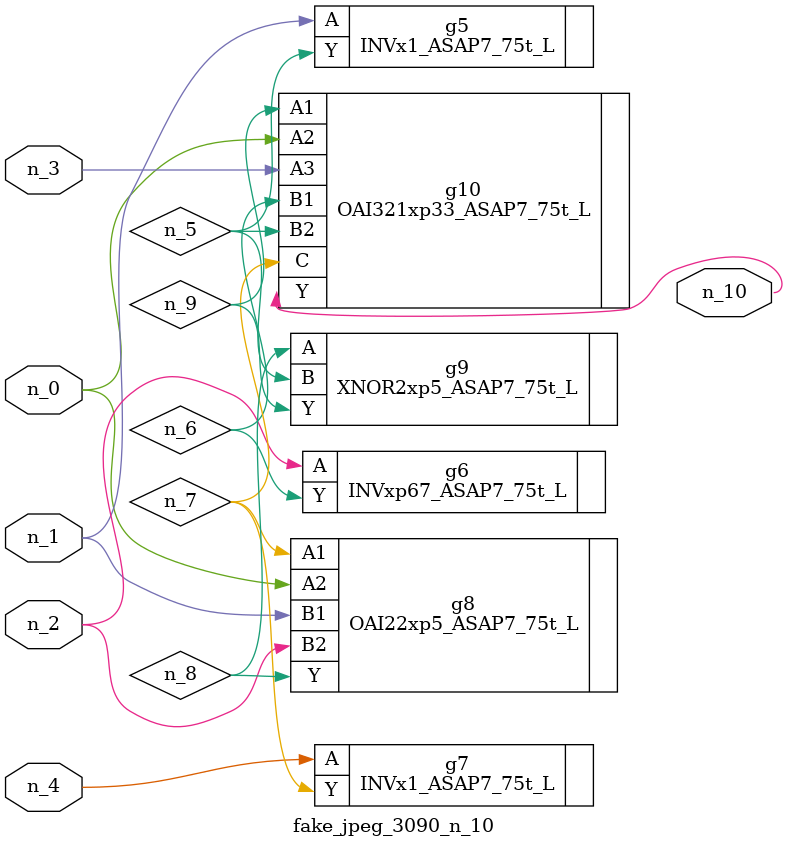
<source format=v>
module fake_jpeg_3090_n_10 (n_3, n_2, n_1, n_0, n_4, n_10);

input n_3;
input n_2;
input n_1;
input n_0;
input n_4;

output n_10;

wire n_8;
wire n_9;
wire n_6;
wire n_5;
wire n_7;

INVx1_ASAP7_75t_L g5 ( 
.A(n_1),
.Y(n_5)
);

INVxp67_ASAP7_75t_L g6 ( 
.A(n_2),
.Y(n_6)
);

INVx1_ASAP7_75t_L g7 ( 
.A(n_4),
.Y(n_7)
);

OAI22xp5_ASAP7_75t_L g8 ( 
.A1(n_7),
.A2(n_0),
.B1(n_1),
.B2(n_2),
.Y(n_8)
);

XNOR2xp5_ASAP7_75t_L g9 ( 
.A(n_8),
.B(n_5),
.Y(n_9)
);

OAI321xp33_ASAP7_75t_L g10 ( 
.A1(n_9),
.A2(n_0),
.A3(n_3),
.B1(n_6),
.B2(n_5),
.C(n_7),
.Y(n_10)
);


endmodule
</source>
